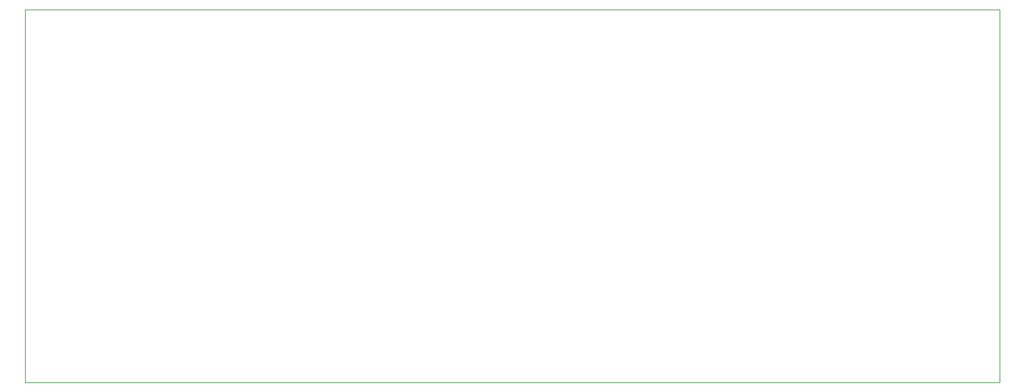
<source format=gbr>
%TF.GenerationSoftware,KiCad,Pcbnew,(6.0.1)*%
%TF.CreationDate,2022-06-01T15:29:54+03:00*%
%TF.ProjectId,Supply_Power,53757070-6c79-45f5-906f-7765722e6b69,rev?*%
%TF.SameCoordinates,Original*%
%TF.FileFunction,Profile,NP*%
%FSLAX46Y46*%
G04 Gerber Fmt 4.6, Leading zero omitted, Abs format (unit mm)*
G04 Created by KiCad (PCBNEW (6.0.1)) date 2022-06-01 15:29:54*
%MOMM*%
%LPD*%
G01*
G04 APERTURE LIST*
%TA.AperFunction,Profile*%
%ADD10C,0.100000*%
%TD*%
G04 APERTURE END LIST*
D10*
X35306000Y-23622000D02*
X163830000Y-23622000D01*
X163830000Y-23622000D02*
X163830000Y-72898000D01*
X163830000Y-72898000D02*
X35306000Y-72898000D01*
X35306000Y-72898000D02*
X35306000Y-23622000D01*
M02*

</source>
